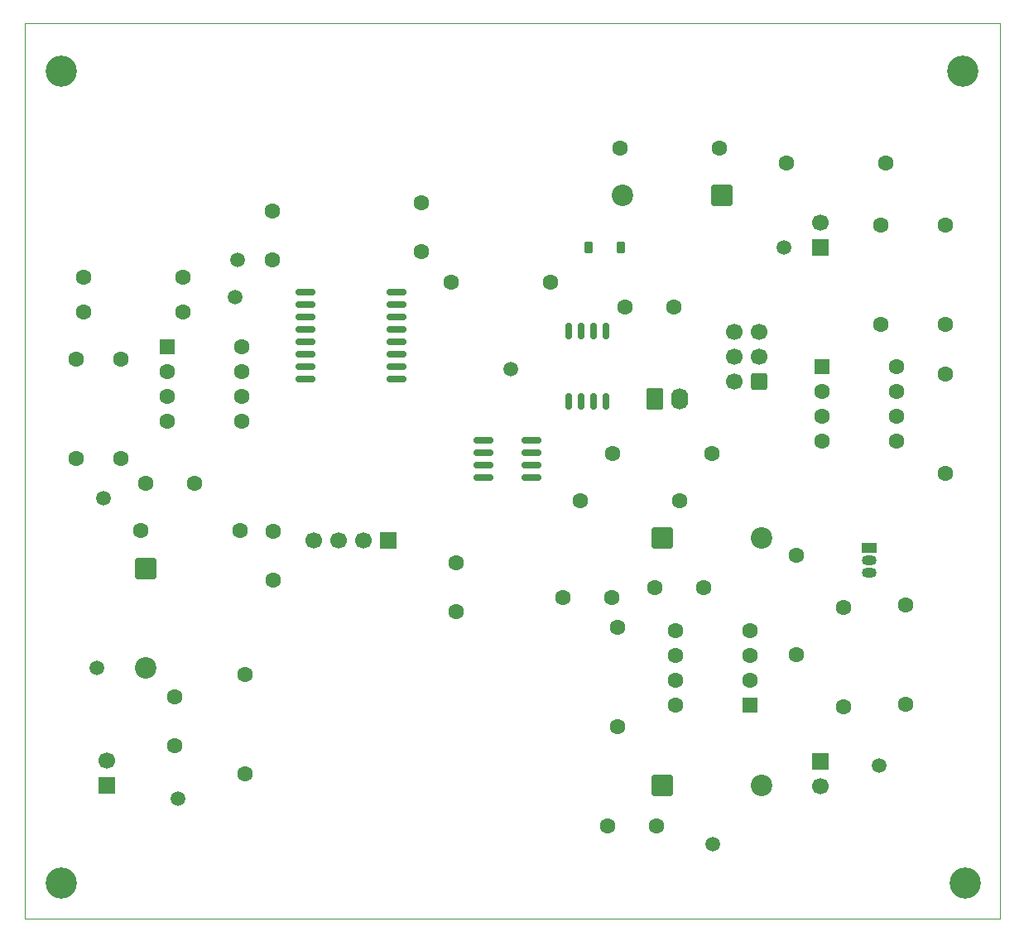
<source format=gts>
G04 #@! TF.GenerationSoftware,KiCad,Pcbnew,9.0.4*
G04 #@! TF.CreationDate,2025-10-16T18:07:27-05:00*
G04 #@! TF.ProjectId,ece_445_low_power,6563655f-3434-4355-9f6c-6f775f706f77,rev?*
G04 #@! TF.SameCoordinates,Original*
G04 #@! TF.FileFunction,Soldermask,Top*
G04 #@! TF.FilePolarity,Negative*
%FSLAX46Y46*%
G04 Gerber Fmt 4.6, Leading zero omitted, Abs format (unit mm)*
G04 Created by KiCad (PCBNEW 9.0.4) date 2025-10-16 18:07:27*
%MOMM*%
%LPD*%
G01*
G04 APERTURE LIST*
G04 Aperture macros list*
%AMRoundRect*
0 Rectangle with rounded corners*
0 $1 Rounding radius*
0 $2 $3 $4 $5 $6 $7 $8 $9 X,Y pos of 4 corners*
0 Add a 4 corners polygon primitive as box body*
4,1,4,$2,$3,$4,$5,$6,$7,$8,$9,$2,$3,0*
0 Add four circle primitives for the rounded corners*
1,1,$1+$1,$2,$3*
1,1,$1+$1,$4,$5*
1,1,$1+$1,$6,$7*
1,1,$1+$1,$8,$9*
0 Add four rect primitives between the rounded corners*
20,1,$1+$1,$2,$3,$4,$5,0*
20,1,$1+$1,$4,$5,$6,$7,0*
20,1,$1+$1,$6,$7,$8,$9,0*
20,1,$1+$1,$8,$9,$2,$3,0*%
G04 Aperture macros list end*
%ADD10C,1.600000*%
%ADD11C,3.200000*%
%ADD12R,1.700000X1.700000*%
%ADD13C,1.700000*%
%ADD14C,1.500000*%
%ADD15RoundRect,0.250000X-0.550000X-0.550000X0.550000X-0.550000X0.550000X0.550000X-0.550000X0.550000X0*%
%ADD16RoundRect,0.150000X-0.875000X-0.150000X0.875000X-0.150000X0.875000X0.150000X-0.875000X0.150000X0*%
%ADD17RoundRect,0.150000X-0.825000X-0.150000X0.825000X-0.150000X0.825000X0.150000X-0.825000X0.150000X0*%
%ADD18RoundRect,0.162500X-0.162500X0.650000X-0.162500X-0.650000X0.162500X-0.650000X0.162500X0.650000X0*%
%ADD19RoundRect,0.225000X-0.225000X-0.375000X0.225000X-0.375000X0.225000X0.375000X-0.225000X0.375000X0*%
%ADD20R,1.500000X1.050000*%
%ADD21O,1.500000X1.050000*%
%ADD22RoundRect,0.250000X-0.620000X-0.845000X0.620000X-0.845000X0.620000X0.845000X-0.620000X0.845000X0*%
%ADD23O,1.740000X2.190000*%
%ADD24RoundRect,0.249999X0.850001X0.850001X-0.850001X0.850001X-0.850001X-0.850001X0.850001X-0.850001X0*%
%ADD25C,2.200000*%
%ADD26RoundRect,0.249999X-0.850001X-0.850001X0.850001X-0.850001X0.850001X0.850001X-0.850001X0.850001X0*%
%ADD27RoundRect,0.250000X0.550000X0.550000X-0.550000X0.550000X-0.550000X-0.550000X0.550000X-0.550000X0*%
%ADD28RoundRect,0.250000X0.600000X0.600000X-0.600000X0.600000X-0.600000X-0.600000X0.600000X-0.600000X0*%
%ADD29RoundRect,0.249999X-0.850001X0.850001X-0.850001X-0.850001X0.850001X-0.850001X0.850001X0.850001X0*%
G04 #@! TA.AperFunction,Profile*
%ADD30C,0.050000*%
G04 #@! TD*
G04 APERTURE END LIST*
D10*
X157734000Y-98258000D03*
X157734000Y-93258000D03*
X191516000Y-52324000D03*
X201676000Y-52324000D03*
X201168000Y-68834000D03*
X201168000Y-58674000D03*
X184658000Y-50800000D03*
X174498000Y-50800000D03*
X207772000Y-68834000D03*
X207772000Y-58674000D03*
X207772000Y-84074000D03*
X207772000Y-73914000D03*
X203708000Y-107696000D03*
X203708000Y-97536000D03*
X197358000Y-97790000D03*
X197358000Y-107950000D03*
X192532000Y-92456000D03*
X192532000Y-102616000D03*
X157226000Y-64516000D03*
X167386000Y-64516000D03*
X173752000Y-82042000D03*
X183912000Y-82042000D03*
X119634000Y-64008000D03*
X129794000Y-64008000D03*
X129794000Y-67564000D03*
X119634000Y-67564000D03*
X118872000Y-82550000D03*
X118872000Y-72390000D03*
X123444000Y-72390000D03*
X123444000Y-82550000D03*
X125476000Y-89916000D03*
X135636000Y-89916000D03*
X136144000Y-104648000D03*
X136144000Y-114808000D03*
X178094000Y-95758000D03*
X183094000Y-95758000D03*
X173696000Y-96774000D03*
X168696000Y-96774000D03*
X180046000Y-67056000D03*
X175046000Y-67056000D03*
X178268000Y-120142000D03*
X173268000Y-120142000D03*
X154178000Y-61428000D03*
X154178000Y-56428000D03*
X138938000Y-62230000D03*
X138938000Y-57230000D03*
X139000000Y-95037500D03*
X139000000Y-90037500D03*
X126024000Y-85090000D03*
X131024000Y-85090000D03*
X129000000Y-112000000D03*
X129000000Y-107000000D03*
D11*
X209550000Y-42926000D03*
X209804000Y-125984000D03*
X117348000Y-42926000D03*
X117348000Y-125984000D03*
D12*
X122000000Y-116000000D03*
D13*
X122000000Y-113460000D03*
D12*
X150810000Y-91000000D03*
D13*
X148270000Y-91000000D03*
X145730000Y-91000000D03*
X143190000Y-91000000D03*
D14*
X129286000Y-117348000D03*
D15*
X128195000Y-71190000D03*
D10*
X128195000Y-73730000D03*
X128195000Y-76270000D03*
X128195000Y-78810000D03*
X135815000Y-78810000D03*
X135815000Y-76270000D03*
X135815000Y-73730000D03*
X135815000Y-71190000D03*
D16*
X142350000Y-65555000D03*
X142350000Y-66825000D03*
X142350000Y-68095000D03*
X142350000Y-69365000D03*
X142350000Y-70635000D03*
X142350000Y-71905000D03*
X142350000Y-73175000D03*
X142350000Y-74445000D03*
X151650000Y-74445000D03*
X151650000Y-73175000D03*
X151650000Y-71905000D03*
X151650000Y-70635000D03*
X151650000Y-69365000D03*
X151650000Y-68095000D03*
X151650000Y-66825000D03*
X151650000Y-65555000D03*
D15*
X195195000Y-73190000D03*
D10*
X195195000Y-75730000D03*
X195195000Y-78270000D03*
X195195000Y-80810000D03*
X202815000Y-80810000D03*
X202815000Y-78270000D03*
X202815000Y-75730000D03*
X202815000Y-73190000D03*
D17*
X160525000Y-80730000D03*
X160525000Y-82000000D03*
X160525000Y-83270000D03*
X160525000Y-84540000D03*
X165475000Y-84540000D03*
X165475000Y-83270000D03*
X165475000Y-82000000D03*
X165475000Y-80730000D03*
D18*
X173101000Y-69564500D03*
X171831000Y-69564500D03*
X170561000Y-69564500D03*
X169291000Y-69564500D03*
X169291000Y-76739500D03*
X170561000Y-76739500D03*
X171831000Y-76739500D03*
X173101000Y-76739500D03*
D19*
X171324000Y-60960000D03*
X174624000Y-60960000D03*
D20*
X200000000Y-91730000D03*
D21*
X200000000Y-93000000D03*
X200000000Y-94270000D03*
D12*
X195000000Y-61000000D03*
D13*
X195000000Y-58460000D03*
D14*
X201000000Y-114000000D03*
X135128000Y-66040000D03*
D22*
X178054000Y-76454000D03*
D23*
X180594000Y-76454000D03*
D14*
X184000000Y-122000000D03*
D24*
X184912000Y-55626000D03*
D25*
X174752000Y-55626000D03*
D14*
X121666000Y-86614000D03*
D26*
X178840000Y-116000000D03*
D25*
X189000000Y-116000000D03*
D14*
X135382000Y-62230000D03*
D27*
X187805000Y-107810000D03*
D10*
X187805000Y-105270000D03*
X187805000Y-102730000D03*
X187805000Y-100190000D03*
X180185000Y-100190000D03*
X180185000Y-102730000D03*
X180185000Y-105270000D03*
X180185000Y-107810000D03*
D28*
X188722000Y-74676000D03*
D13*
X186182000Y-74676000D03*
X188722000Y-72136000D03*
X186182000Y-72136000D03*
X188722000Y-69596000D03*
X186182000Y-69596000D03*
D12*
X195000000Y-113533000D03*
D13*
X195000000Y-116073000D03*
D14*
X163322000Y-73406000D03*
D29*
X126000000Y-93840000D03*
D25*
X126000000Y-104000000D03*
D14*
X121000000Y-104000000D03*
D26*
X178816000Y-90678000D03*
D25*
X188976000Y-90678000D03*
D10*
X174244000Y-109982000D03*
X174244000Y-99822000D03*
D14*
X191262000Y-61000000D03*
D10*
X170450000Y-86868000D03*
X180610000Y-86868000D03*
D30*
X113614000Y-38011000D02*
X213360000Y-38011000D01*
X213360000Y-129629000D01*
X113614000Y-129629000D01*
X113614000Y-38011000D01*
M02*

</source>
